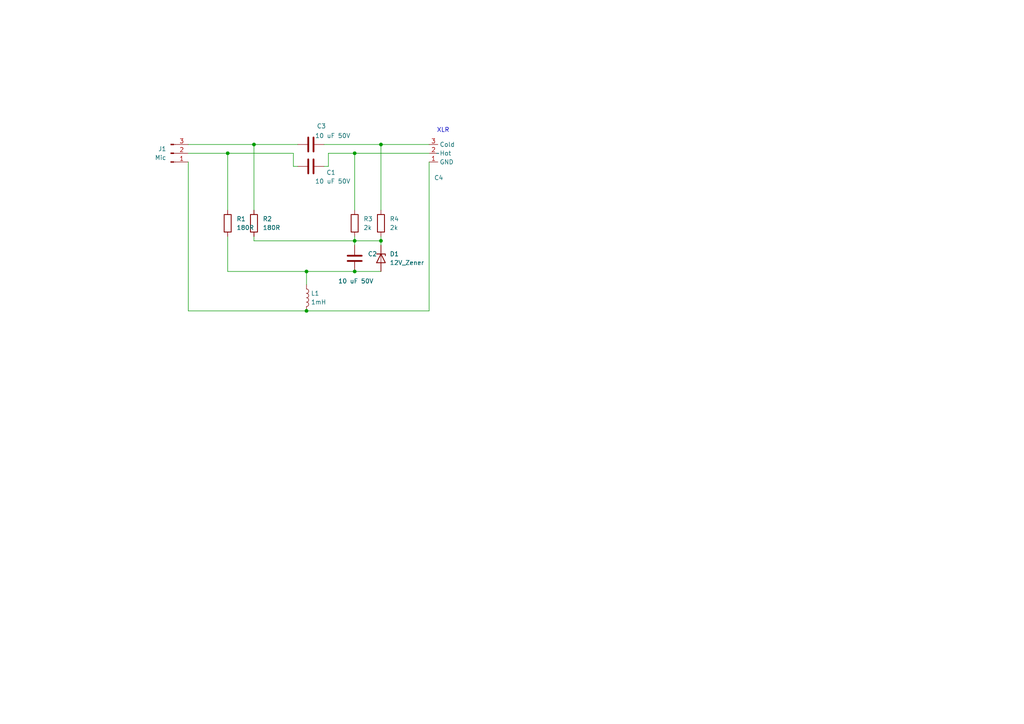
<source format=kicad_sch>
(kicad_sch (version 20231120) (generator "eeschema") (generator_version "8.0")
  (paper "A4")
  (lib_symbols
    (symbol "Connector:Conn_01x03_Pin" (pin_names (offset 1.016) hide)
      (property "Reference" "J" (at 0 5.08 0))
      (property "Value" "Conn_01x03_Pin" (at 0 -5.08 0))
      (symbol "Conn_01x03_Pin_1_1"
        (polyline (pts (xy 1.27 -2.54) (xy 0.8636 -2.54)) (stroke (width 0.1524)))
        (polyline (pts (xy 1.27 0) (xy 0.8636 0)) (stroke (width 0.1524)))
        (polyline (pts (xy 1.27 2.54) (xy 0.8636 2.54)) (stroke (width 0.1524)))
        (rectangle (start 0.8636 -2.413) (end 0 -2.667) (stroke (width 0.1524)) (fill (type outline)))
        (rectangle (start 0.8636 0.127) (end 0 -0.127) (stroke (width 0.1524)) (fill (type outline)))
        (rectangle (start 0.8636 2.667) (end 0 2.413) (stroke (width 0.1524)) (fill (type outline)))
        (pin passive line (at 5.08 2.54 180) (length 3.81) (name "Pin_1") (number "1"))
        (pin passive line (at 5.08 0 180) (length 3.81) (name "Pin_2") (number "2"))
        (pin passive line (at 5.08 -2.54 180) (length 3.81) (name "Pin_3") (number "3"))
      )
    )
    (symbol "Device:C" (pin_numbers hide) (pin_names (offset 0.254))
      (property "Reference" "C" (at 0.635 2.54 0))
      (property "Value" "C" (at 0.635 -2.54 0))
      (symbol "C_0_1"
        (polyline (pts (xy -2.032 -0.762) (xy 2.032 -0.762)) (stroke (width 0.508)))
        (polyline (pts (xy -2.032 0.762) (xy 2.032 0.762)) (stroke (width 0.508)))
      )
      (symbol "C_1_1"
        (pin passive line (at 0 3.81 270) (length 2.794) (name "~") (number "1"))
        (pin passive line (at 0 -3.81 90) (length 2.794) (name "~") (number "2"))
      )
    )
    (symbol "Device:D_Zener" (pin_numbers hide) (pin_names (offset 1.016) hide)
      (property "Reference" "D" (at 0 2.54 0))
      (property "Value" "D_Zener" (at 0 -2.54 0))
      (symbol "D_Zener_0_1"
        (polyline (pts (xy 1.27 0) (xy -1.27 0)))
        (polyline (pts (xy -1.27 -1.27) (xy -1.27 1.27) (xy -0.762 1.27)) (stroke (width 0.254)))
        (polyline (pts (xy 1.27 -1.27) (xy 1.27 1.27) (xy -1.27 0) (xy 1.27 -1.27)) (stroke (width 0.254)))
      )
      (symbol "D_Zener_1_1"
        (pin passive line (at -3.81 0 0) (length 2.54) (name "K") (number "1"))
        (pin passive line (at 3.81 0 180) (length 2.54) (name "A") (number "2"))
      )
    )
    (symbol "Device:L" (pin_numbers hide) (pin_names (offset 1.016) hide)
      (property "Reference" "L" (at -1.27 0 90))
      (property "Value" "L" (at 1.905 0 90))
      (symbol "L_0_1"
        (arc (start 0 -2.54) (mid 0.6323 -1.905) (end 0 -1.27))
        (arc (start 0 -1.27) (mid 0.6323 -0.635) (end 0 0))
        (arc (start 0 0) (mid 0.6323 0.635) (end 0 1.27))
        (arc (start 0 1.27) (mid 0.6323 1.905) (end 0 2.54))
      )
      (symbol "L_1_1"
        (pin passive line (at 0 3.81 270) (length 1.27) (name "1") (number "1"))
        (pin passive line (at 0 -3.81 90) (length 1.27) (name "2") (number "2"))
      )
    )
    (symbol "Device:R" (pin_numbers hide) (pin_names (offset 0))
      (property "Reference" "R" (at 2.032 0 90))
      (property "Value" "R" (at 0 0 90))
      (symbol "R_0_1"
        (rectangle (start -1.016 -2.54) (end 1.016 2.54) (stroke (width 0.254)))
      )
      (symbol "R_1_1"
        (pin passive line (at 0 3.81 270) (length 1.27) (name "~") (number "1"))
        (pin passive line (at 0 -3.81 90) (length 1.27) (name "~") (number "2"))
      )
    )
    (symbol "Manifold:XLR_PCB"
      (property "Reference" "C" (at 7.62 0 0))
      (symbol "XLR_PCB_1_1"
        (pin bidirectional line (at -2.54 2.54 0) (length 2.54) (name "GND") (number "1"))
        (pin bidirectional line (at -2.54 0 0) (length 2.54) (name "Hot") (number "2"))
        (pin bidirectional line (at -2.54 -2.54 0) (length 2.54) (name "Cold") (number "3"))
      )
    )
  )
  (junction (at 110.49 69.85))
  (junction (at 110.49 41.91))
  (junction (at 88.9 90.17))
  (junction (at 73.66 41.91))
  (junction (at 102.87 78.74))
  (junction (at 66.04 44.45))
  (junction (at 102.87 44.45))
  (junction (at 88.9 78.74))
  (junction (at 102.87 69.85))
  (wire (pts (xy 88.9 82.55) (xy 88.9 78.74)))
  (wire (pts (xy 110.49 41.91) (xy 124.46 41.91)))
  (wire (pts (xy 110.49 41.91) (xy 110.49 60.96)))
  (wire (pts (xy 73.66 41.91) (xy 73.66 60.96)))
  (wire (pts (xy 102.87 44.45) (xy 124.46 44.45)))
  (wire (pts (xy 95.25 44.45) (xy 95.25 48.26)))
  (wire (pts (xy 102.87 78.74) (xy 110.49 78.74)))
  (wire (pts (xy 54.61 46.99) (xy 54.61 90.17)))
  (wire (pts (xy 95.25 48.26) (xy 93.98 48.26)))
  (wire (pts (xy 102.87 69.85) (xy 110.49 69.85)))
  (wire (pts (xy 85.09 44.45) (xy 85.09 48.26)))
  (wire (pts (xy 88.9 90.17) (xy 124.46 90.17)))
  (wire (pts (xy 88.9 78.74) (xy 102.87 78.74)))
  (wire (pts (xy 66.04 78.74) (xy 66.04 68.58)))
  (wire (pts (xy 110.49 69.85) (xy 110.49 71.12)))
  (wire (pts (xy 93.98 41.91) (xy 110.49 41.91)))
  (wire (pts (xy 54.61 90.17) (xy 88.9 90.17)))
  (wire (pts (xy 66.04 44.45) (xy 85.09 44.45)))
  (wire (pts (xy 73.66 69.85) (xy 102.87 69.85)))
  (wire (pts (xy 73.66 68.58) (xy 73.66 69.85)))
  (wire (pts (xy 54.61 41.91) (xy 73.66 41.91)))
  (wire (pts (xy 85.09 48.26) (xy 86.36 48.26)))
  (wire (pts (xy 66.04 44.45) (xy 66.04 60.96)))
  (wire (pts (xy 54.61 44.45) (xy 66.04 44.45)))
  (wire (pts (xy 88.9 78.74) (xy 66.04 78.74)))
  (wire (pts (xy 124.46 90.17) (xy 124.46 46.99)))
  (wire (pts (xy 102.87 69.85) (xy 102.87 71.12)))
  (wire (pts (xy 110.49 68.58) (xy 110.49 69.85)))
  (wire (pts (xy 102.87 68.58) (xy 102.87 69.85)))
  (wire (pts (xy 102.87 44.45) (xy 102.87 60.96)))
  (wire (pts (xy 95.25 44.45) (xy 102.87 44.45)))
  (wire (pts (xy 73.66 41.91) (xy 86.36 41.91)))
  (text "XLR" (at 128.524 37.846 0) (effects (font (size 1.27 1.27))))
  (symbol (lib_id "Device:C") (at 102.87 74.93 0) (unit 1)
    (property "Reference" "C2" (at 106.68 73.6599 0) (effects (justify left)))
    (property "Value" "10 uF 50V" (at 98.044 81.534 0) (effects (justify left)))
    (property "Footprint" "Capacitor_SMD:C_1206_3216Metric" (effects (hide yes)))
  )
  (symbol (lib_id "Device:R") (at 66.04 64.77 0) (unit 1)
    (property "Reference" "R1" (at 68.58 63.5 0) (effects (justify left)))
    (property "Value" "180R" (at 68.58 66.04 0) (effects (justify left)))
    (property "Footprint" "Resistor_SMD:R_0603_1608Metric" (effects (hide yes)))
  )
  (symbol (lib_id "Device:C") (at 90.17 48.26 90) (unit 1)
    (property "Reference" "C1" (at 96.012 50.038 90))
    (property "Value" "10 uF 50V" (at 96.52 52.578 90))
    (property "Footprint" "Capacitor_SMD:C_1206_3216Metric" (effects (hide yes)))
  )
  (symbol (lib_id "Device:R") (at 73.66 64.77 0) (unit 1)
    (property "Reference" "R2" (at 76.2 63.5 0) (effects (justify left)))
    (property "Value" "180R" (at 76.2 66.04 0) (effects (justify left)))
    (property "Footprint" "Resistor_SMD:R_0603_1608Metric" (effects (hide yes)))
  )
  (symbol (lib_id "Device:C") (at 90.17 41.91 90) (unit 1)
    (property "Reference" "C3" (at 93.218 36.576 90))
    (property "Value" "10 uF 50V" (at 96.52 39.37 90))
    (property "Footprint" "Capacitor_SMD:C_1206_3216Metric" (effects (hide yes)))
  )
  (symbol (lib_id "Device:R") (at 102.87 64.77 0) (unit 1)
    (property "Reference" "R3" (at 105.41 63.4999 0) (effects (justify left)))
    (property "Value" "2k" (at 105.41 66.0399 0) (effects (justify left)))
    (property "Footprint" "Resistor_SMD:R_0603_1608Metric" (effects (hide yes)))
  )
  (symbol (lib_id "Device:L") (at 88.9 86.36 0) (unit 1)
    (property "Reference" "L1" (at 90.17 85.09 0) (effects (justify left)))
    (property "Value" "1mH" (at 90.17 87.63 0) (effects (justify left)))
    (property "Footprint" "Inductor_SMD:L_1812_4532Metric" (effects (hide yes)))
  )
  (symbol (lib_id "Device:D_Zener") (at 110.49 74.93 270) (unit 1)
    (property "Reference" "D1" (at 113.03 73.66 90) (effects (justify left)))
    (property "Value" "12V_Zener" (at 113.03 76.2 90) (effects (justify left)))
    (property "Footprint" "Diode_SMD:D_SOD-123F" (effects (hide yes)))
  )
  (symbol (lib_id "Connector:Conn_01x03_Pin") (at 49.53 44.45 0) (mirror x) (unit 1)
    (property "Reference" "J1" (at 48.26 43.18 0) (effects (justify right)))
    (property "Value" "Mic" (at 48.26 45.72 0) (effects (justify right)))
    (property "Footprint" "Connector_PinHeader_2.54mm:PinHeader_1x03_P2.54mm_Vertical" (effects (hide yes)))
  )
  (symbol (lib_id "Device:R") (at 110.49 64.77 0) (unit 1)
    (property "Reference" "R4" (at 113.03 63.4999 0) (effects (justify left)))
    (property "Value" "2k" (at 113.03 66.0399 0) (effects (justify left)))
    (property "Footprint" "Resistor_SMD:R_0603_1608Metric" (effects (hide yes)))
  )
  (symbol (lib_id "Manifold:XLR_PCB") (at 127 44.45 0) (mirror x) (unit 1)
    (property "Reference" "C4" (at 127.254 51.562 0))
    (property "Value" "~" (at 127 44.45 0))
    (property "Footprint" "Manifold:XLR_PCB" (effects (hide yes)))
  )
)
</source>
